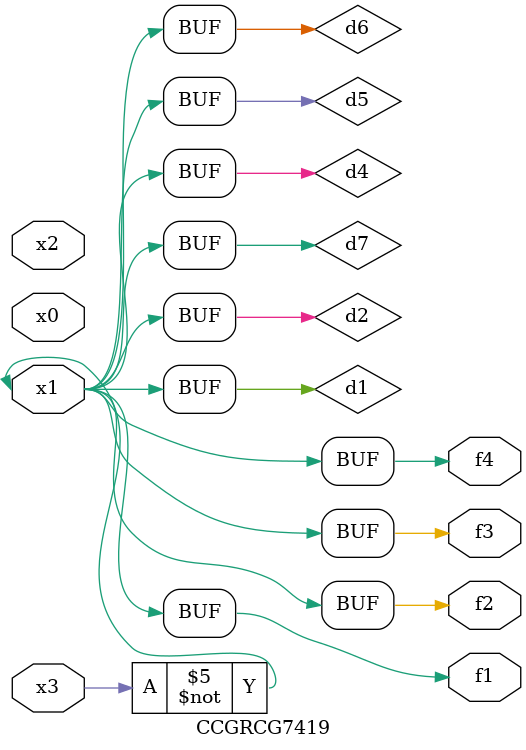
<source format=v>
module CCGRCG7419(
	input x0, x1, x2, x3,
	output f1, f2, f3, f4
);

	wire d1, d2, d3, d4, d5, d6, d7;

	not (d1, x3);
	buf (d2, x1);
	xnor (d3, d1, d2);
	nor (d4, d1);
	buf (d5, d1, d2);
	buf (d6, d4, d5);
	nand (d7, d4);
	assign f1 = d6;
	assign f2 = d7;
	assign f3 = d6;
	assign f4 = d6;
endmodule

</source>
